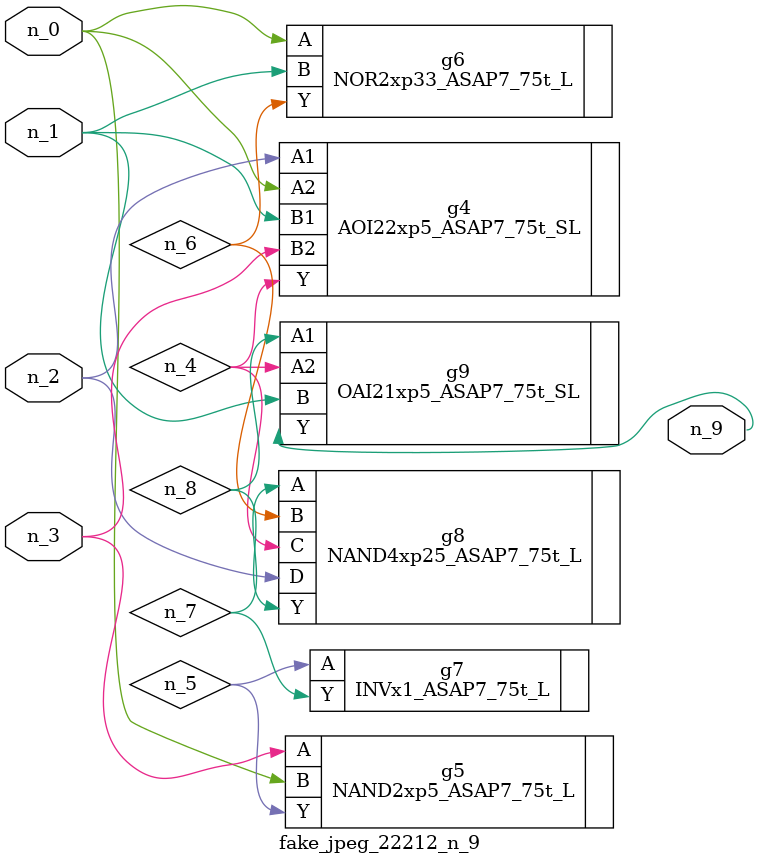
<source format=v>
module fake_jpeg_22212_n_9 (n_0, n_3, n_2, n_1, n_9);

input n_0;
input n_3;
input n_2;
input n_1;

output n_9;

wire n_4;
wire n_8;
wire n_6;
wire n_5;
wire n_7;

AOI22xp5_ASAP7_75t_SL g4 ( 
.A1(n_2),
.A2(n_0),
.B1(n_1),
.B2(n_3),
.Y(n_4)
);

NAND2xp5_ASAP7_75t_L g5 ( 
.A(n_3),
.B(n_0),
.Y(n_5)
);

NOR2xp33_ASAP7_75t_L g6 ( 
.A(n_0),
.B(n_1),
.Y(n_6)
);

INVx1_ASAP7_75t_L g7 ( 
.A(n_5),
.Y(n_7)
);

NAND4xp25_ASAP7_75t_L g8 ( 
.A(n_7),
.B(n_6),
.C(n_4),
.D(n_2),
.Y(n_8)
);

OAI21xp5_ASAP7_75t_SL g9 ( 
.A1(n_8),
.A2(n_4),
.B(n_1),
.Y(n_9)
);


endmodule
</source>
